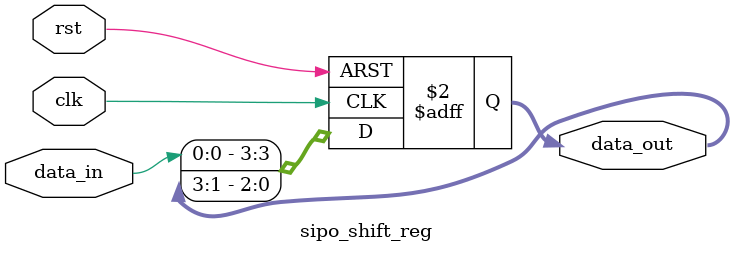
<source format=v>
`timescale 1ns / 1ps


module sipo_shift_reg(clk,rst,data_in,data_out);
  input clk,rst;
  input data_in;
  output reg [3:0]data_out;
  
  always@(posedge clk or posedge rst)
    begin
      if (rst)
        data_out<=4'b0000;
      else 
        data_out<= {data_in,data_out[3:1]};
    end
  
endmodule

</source>
